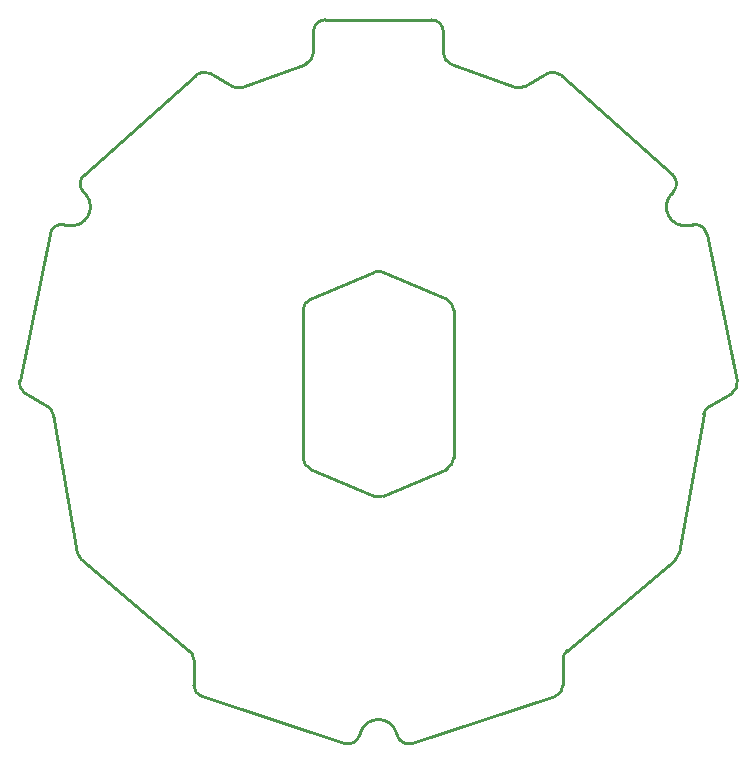
<source format=gm1>
%TF.GenerationSoftware,KiCad,Pcbnew,(6.0.8)*%
%TF.CreationDate,2023-11-01T21:59:58-07:00*%
%TF.ProjectId,OS3M_Mouse,4f53334d-5f4d-46f7-9573-652e6b696361,rev?*%
%TF.SameCoordinates,Original*%
%TF.FileFunction,Profile,NP*%
%FSLAX46Y46*%
G04 Gerber Fmt 4.6, Leading zero omitted, Abs format (unit mm)*
G04 Created by KiCad (PCBNEW (6.0.8)) date 2023-11-01 21:59:58*
%MOMM*%
%LPD*%
G01*
G04 APERTURE LIST*
%TA.AperFunction,Profile*%
%ADD10C,0.250000*%
%TD*%
G04 APERTURE END LIST*
D10*
X116008579Y-82104946D02*
X116302018Y-82166219D01*
X148385365Y-102759858D02*
G75*
G03*
X148991459Y-101840743I-393765J919058D01*
G01*
X128343506Y-69306941D02*
G75*
G03*
X127177025Y-69427462I-500006J-865859D01*
G01*
X126972561Y-118935384D02*
G75*
G03*
X126615354Y-118169339I-1000261J-116D01*
G01*
X144223387Y-125384881D02*
X144129731Y-125100118D01*
X127177025Y-69427462D02*
X117701221Y-77898172D01*
X158604301Y-118169347D02*
G75*
G03*
X158247081Y-118935384I642999J-766153D01*
G01*
X148991459Y-101840743D02*
X148991459Y-89359257D01*
X112706228Y-96391500D02*
X114582160Y-97474570D01*
X117479841Y-110503733D02*
X126615354Y-118169339D01*
X170637488Y-97474570D02*
X172513420Y-96391500D01*
X154158210Y-70463713D02*
X148767804Y-68501766D01*
X137109824Y-65762831D02*
X137109824Y-67562073D01*
X130219418Y-70390046D02*
X128343486Y-69306976D01*
X168917630Y-82166219D02*
X169211069Y-82104946D01*
X117137827Y-109911336D02*
G75*
G03*
X117479841Y-110503733I984973J173736D01*
G01*
X136228217Y-101840743D02*
G75*
G03*
X136834270Y-102759888I1000083J43D01*
G01*
X158604294Y-118169339D02*
X167739807Y-110503733D01*
X116302006Y-82166277D02*
G75*
G03*
X117821926Y-79533662I326994J1566277D01*
G01*
X157559517Y-122051497D02*
G75*
G03*
X158247081Y-121101523I-312517J949997D01*
G01*
X144129731Y-125100118D02*
G75*
G03*
X141089917Y-125100118I-1519907J-499882D01*
G01*
X144223380Y-125384883D02*
G75*
G03*
X145485755Y-126022397I949920J312383D01*
G01*
X126972524Y-121101523D02*
G75*
G03*
X127660141Y-122051466I999876J-77D01*
G01*
X136451845Y-68501769D02*
G75*
G03*
X137109824Y-67562073I-341845J939569D01*
G01*
X172992307Y-95321073D02*
X170394358Y-82879431D01*
X142215905Y-86133697D02*
X136834270Y-88440112D01*
X148109769Y-65762831D02*
G75*
G03*
X147109824Y-64762831I-999969J31D01*
G01*
X145485755Y-126022397D02*
X157559507Y-122051466D01*
X138109824Y-64762824D02*
G75*
G03*
X137109824Y-65762831I-124J-999876D01*
G01*
X112227343Y-95321073D02*
G75*
G03*
X112706228Y-96391500I979057J-204327D01*
G01*
X167739800Y-110503724D02*
G75*
G03*
X168081827Y-109911337I-642900J766124D01*
G01*
X136834283Y-88440142D02*
G75*
G03*
X136228189Y-89359257I393917J-919158D01*
G01*
X136834270Y-102759888D02*
X142215905Y-105066303D01*
X142215905Y-105066303D02*
G75*
G03*
X143003743Y-105066303I393919J919143D01*
G01*
X139733916Y-126022327D02*
G75*
G03*
X140996261Y-125384881I312484J949827D01*
G01*
X126972567Y-118935384D02*
X126972567Y-121101523D01*
X158247081Y-121101523D02*
X158247081Y-118935384D01*
X136451844Y-68501766D02*
X131061438Y-70463713D01*
X141089917Y-125100118D02*
X140996261Y-125384881D01*
X168081827Y-109911337D02*
X170152680Y-98166948D01*
X167397662Y-79533608D02*
G75*
G03*
X168917630Y-82166219I1192838J-1066392D01*
G01*
X143003743Y-105066303D02*
X148385378Y-102759888D01*
X158042645Y-69427438D02*
G75*
G03*
X156876162Y-69306976I-666445J-745462D01*
G01*
X117821926Y-79533662D02*
X117622142Y-79310173D01*
X148991492Y-89359257D02*
G75*
G03*
X148385378Y-88440112I-999892J57D01*
G01*
X148385378Y-88440112D02*
X143003743Y-86133697D01*
X130219414Y-70390054D02*
G75*
G03*
X131061438Y-70463713I499986J865954D01*
G01*
X116008573Y-82104974D02*
G75*
G03*
X114825290Y-82879431I-204573J-978626D01*
G01*
X127660141Y-122051466D02*
X139733893Y-126022397D01*
X115066990Y-98166944D02*
G75*
G03*
X114582160Y-97474570I-984790J-173656D01*
G01*
X156876162Y-69306976D02*
X155000230Y-70390046D01*
X172513439Y-96391532D02*
G75*
G03*
X172992307Y-95321073I-500039J866032D01*
G01*
X170637497Y-97474585D02*
G75*
G03*
X170152680Y-98166948I500103J-866115D01*
G01*
X136228189Y-89359257D02*
X136228189Y-101840743D01*
X167518427Y-77898172D02*
X158042623Y-69427462D01*
X167597484Y-79310153D02*
G75*
G03*
X167518427Y-77898172I-745684J666453D01*
G01*
X114825290Y-82879431D02*
X112227341Y-95321073D01*
X167597506Y-79310173D02*
X167397722Y-79533662D01*
X148109833Y-67562073D02*
G75*
G03*
X148767804Y-68501766I999967J-27D01*
G01*
X143003743Y-86133697D02*
G75*
G03*
X142215905Y-86133697I-393919J-919143D01*
G01*
X147109824Y-64762831D02*
X138109824Y-64762831D01*
X117701214Y-77898164D02*
G75*
G03*
X117622142Y-79310173I666386J-745536D01*
G01*
X154158199Y-70463742D02*
G75*
G03*
X155000230Y-70390046I342001J939642D01*
G01*
X115066968Y-98166948D02*
X117137821Y-109911337D01*
X148109824Y-67562073D02*
X148109824Y-65762831D01*
X170394402Y-82879422D02*
G75*
G03*
X169211069Y-82104946I-979002J-204578D01*
G01*
M02*

</source>
